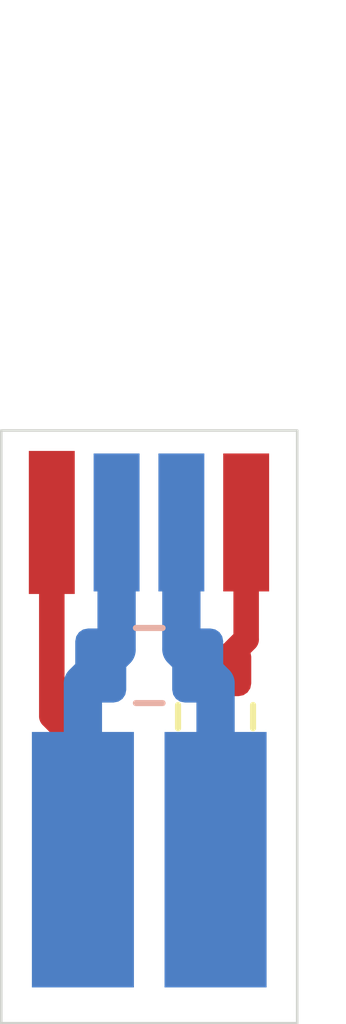
<source format=kicad_pcb>
(kicad_pcb (version 20171130) (host pcbnew "(5.1.8-0-10_14)")

  (general
    (thickness 1.6)
    (drawings 4)
    (tracks 12)
    (zones 0)
    (modules 7)
    (nets 6)
  )

  (page A4)
  (layers
    (0 F.Cu signal)
    (31 B.Cu signal)
    (32 B.Adhes user)
    (33 F.Adhes user)
    (34 B.Paste user)
    (35 F.Paste user)
    (36 B.SilkS user)
    (37 F.SilkS user)
    (38 B.Mask user)
    (39 F.Mask user)
    (40 Dwgs.User user)
    (41 Cmts.User user)
    (42 Eco1.User user)
    (43 Eco2.User user)
    (44 Edge.Cuts user)
    (45 Margin user)
    (46 B.CrtYd user)
    (47 F.CrtYd user)
    (48 B.Fab user)
    (49 F.Fab user)
  )

  (setup
    (last_trace_width 0.25)
    (user_trace_width 0.5)
    (user_trace_width 0.75)
    (trace_clearance 0.2)
    (zone_clearance 0.508)
    (zone_45_only no)
    (trace_min 0.2)
    (via_size 0.8)
    (via_drill 0.4)
    (via_min_size 0.4)
    (via_min_drill 0.3)
    (uvia_size 0.3)
    (uvia_drill 0.1)
    (uvias_allowed no)
    (uvia_min_size 0.2)
    (uvia_min_drill 0.1)
    (edge_width 0.05)
    (segment_width 0.2)
    (pcb_text_width 0.3)
    (pcb_text_size 1.5 1.5)
    (mod_edge_width 0.12)
    (mod_text_size 1 1)
    (mod_text_width 0.15)
    (pad_size 1.524 1.524)
    (pad_drill 0.762)
    (pad_to_mask_clearance 0)
    (aux_axis_origin 0 0)
    (visible_elements FFFFFF7F)
    (pcbplotparams
      (layerselection 0x010f0_ffffffff)
      (usegerberextensions false)
      (usegerberattributes false)
      (usegerberadvancedattributes false)
      (creategerberjobfile false)
      (excludeedgelayer true)
      (linewidth 0.100000)
      (plotframeref false)
      (viasonmask false)
      (mode 1)
      (useauxorigin false)
      (hpglpennumber 1)
      (hpglpenspeed 20)
      (hpglpendiameter 15.000000)
      (psnegative false)
      (psa4output false)
      (plotreference true)
      (plotvalue false)
      (plotinvisibletext false)
      (padsonsilk true)
      (subtractmaskfromsilk false)
      (outputformat 1)
      (mirror false)
      (drillshape 0)
      (scaleselection 1)
      (outputdirectory "gerber/"))
  )

  (net 0 "")
  (net 1 +5V)
  (net 2 GND)
  (net 3 "Net-(D1-Pad4)")
  (net 4 "Net-(D1-Pad1)")
  (net 5 "Net-(J1-Pad1)")

  (net_class Default "This is the default net class."
    (clearance 0.2)
    (trace_width 0.25)
    (via_dia 0.8)
    (via_drill 0.4)
    (uvia_dia 0.3)
    (uvia_drill 0.1)
    (add_net +5V)
    (add_net GND)
    (add_net "Net-(D1-Pad1)")
    (add_net "Net-(D1-Pad4)")
    (add_net "Net-(J1-Pad1)")
  )

  (module led_holder_footprints:LED_D5.0mm_Edge-4_RGB (layer F.Cu) (tedit 5FDA3C80) (tstamp 5FDA847E)
    (at 124.8 103.6 180)
    (descr "LED, diameter 5.0mm")
    (tags "LED diameter 5.0mm")
    (path /5FDA2EA7)
    (attr virtual)
    (fp_text reference D1 (at -3 -2.6 180) (layer F.SilkS) hide
      (effects (font (size 1 1) (thickness 0.15)))
    )
    (fp_text value WS2812D (at 1.27 10.93 180) (layer F.Fab) hide
      (effects (font (size 1 1) (thickness 0.15)))
    )
    (fp_arc (start 1.27 7.37) (end -1.23 7.37) (angle -180) (layer F.Fab) (width 0.1))
    (fp_line (start 4.5 -1.25) (end -1.95 -1.25) (layer F.CrtYd) (width 0.05))
    (fp_line (start 4.5 10.2) (end 4.5 -1.25) (layer F.CrtYd) (width 0.05))
    (fp_line (start -1.95 10.2) (end 4.5 10.2) (layer F.CrtYd) (width 0.05))
    (fp_line (start -1.95 -1.25) (end -1.95 10.2) (layer F.CrtYd) (width 0.05))
    (fp_line (start 2.54 1.27) (end 2.54 1.27) (layer F.Fab) (width 0.1))
    (fp_line (start 0 1.27) (end 0 1.27) (layer F.Fab) (width 0.1))
    (fp_line (start 3.77 1.27) (end 4.17 1.27) (layer F.Fab) (width 0.1))
    (fp_line (start 3.77 2.27) (end 3.77 1.27) (layer F.Fab) (width 0.1))
    (fp_line (start 4.17 2.27) (end 3.77 2.27) (layer F.Fab) (width 0.1))
    (fp_line (start 4.17 1.27) (end 4.17 2.27) (layer F.Fab) (width 0.1))
    (fp_line (start -1.23 1.27) (end 3.77 1.27) (layer F.Fab) (width 0.1))
    (fp_line (start 3.77 1.27) (end 3.77 7.37) (layer F.Fab) (width 0.1))
    (fp_line (start -1.23 1.27) (end -1.23 7.37) (layer F.Fab) (width 0.1))
    (pad 1 smd rect (at 0 0 180) (size 0.9 2.7) (layers F.Cu F.Paste F.Mask)
      (net 4 "Net-(D1-Pad1)"))
    (pad 2 smd rect (at 1.27 0 180) (size 0.9 2.7) (layers B.Cu B.Paste B.Mask)
      (net 1 +5V))
    (pad 3 smd rect (at 2.54 0 180) (size 0.9 2.7) (layers B.Cu B.Paste B.Mask)
      (net 2 GND))
    (pad 4 smd rect (at 3.81 0 180) (size 0.9 2.8) (layers F.Cu F.Paste F.Mask)
      (net 3 "Net-(D1-Pad4)"))
    (model ${KISYS3DMOD}/LED_THT.3dshapes/LED_D5.0mm_Horizontal_O1.27mm_Z3.0mm.wrl
      (at (xyz 0 0 0))
      (scale (xyz 1 1 1))
      (rotate (xyz 0 0 0))
    )
  )

  (module Resistor_SMD:R_0805_2012Metric (layer F.Cu) (tedit 5F68FEEE) (tstamp 5FDABBCD)
    (at 124.2 107.4 90)
    (descr "Resistor SMD 0805 (2012 Metric), square (rectangular) end terminal, IPC_7351 nominal, (Body size source: IPC-SM-782 page 72, https://www.pcb-3d.com/wordpress/wp-content/uploads/ipc-sm-782a_amendment_1_and_2.pdf), generated with kicad-footprint-generator")
    (tags resistor)
    (path /5FDA4D2C)
    (attr smd)
    (fp_text reference R1 (at 0 -1.65 90) (layer F.SilkS) hide
      (effects (font (size 1 1) (thickness 0.15)))
    )
    (fp_text value 75R (at 0 1.65 90) (layer F.Fab) hide
      (effects (font (size 1 1) (thickness 0.15)))
    )
    (fp_line (start 1.68 0.95) (end -1.68 0.95) (layer F.CrtYd) (width 0.05))
    (fp_line (start 1.68 -0.95) (end 1.68 0.95) (layer F.CrtYd) (width 0.05))
    (fp_line (start -1.68 -0.95) (end 1.68 -0.95) (layer F.CrtYd) (width 0.05))
    (fp_line (start -1.68 0.95) (end -1.68 -0.95) (layer F.CrtYd) (width 0.05))
    (fp_line (start -0.227064 0.735) (end 0.227064 0.735) (layer F.SilkS) (width 0.12))
    (fp_line (start -0.227064 -0.735) (end 0.227064 -0.735) (layer F.SilkS) (width 0.12))
    (fp_line (start 1 0.625) (end -1 0.625) (layer F.Fab) (width 0.1))
    (fp_line (start 1 -0.625) (end 1 0.625) (layer F.Fab) (width 0.1))
    (fp_line (start -1 -0.625) (end 1 -0.625) (layer F.Fab) (width 0.1))
    (fp_line (start -1 0.625) (end -1 -0.625) (layer F.Fab) (width 0.1))
    (fp_text user %R (at 0 0 90) (layer F.Fab) hide
      (effects (font (size 0.5 0.5) (thickness 0.08)))
    )
    (pad 2 smd roundrect (at 0.9125 0 90) (size 1.025 1.4) (layers F.Cu F.Paste F.Mask) (roundrect_rratio 0.2439014634146341)
      (net 4 "Net-(D1-Pad1)"))
    (pad 1 smd roundrect (at -0.9125 0 90) (size 1.025 1.4) (layers F.Cu F.Paste F.Mask) (roundrect_rratio 0.2439014634146341)
      (net 5 "Net-(J1-Pad1)"))
    (model ${KISYS3DMOD}/Resistor_SMD.3dshapes/R_0805_2012Metric.wrl
      (at (xyz 0 0 0))
      (scale (xyz 1 1 1))
      (rotate (xyz 0 0 0))
    )
  )

  (module Capacitor_SMD:C_0805_2012Metric (layer B.Cu) (tedit 5FDA29D0) (tstamp 5FDA8468)
    (at 122.9 106.4 180)
    (descr "Capacitor SMD 0805 (2012 Metric), square (rectangular) end terminal, IPC_7351 nominal, (Body size source: IPC-SM-782 page 76, https://www.pcb-3d.com/wordpress/wp-content/uploads/ipc-sm-782a_amendment_1_and_2.pdf, https://docs.google.com/spreadsheets/d/1BsfQQcO9C6DZCsRaXUlFlo91Tg2WpOkGARC1WS5S8t0/edit?usp=sharing), generated with kicad-footprint-generator")
    (tags capacitor)
    (path /5FD9E014)
    (attr smd)
    (fp_text reference C1 (at 0 1.68 180) (layer B.SilkS) hide
      (effects (font (size 1 1) (thickness 0.15)) (justify mirror))
    )
    (fp_text value 100n (at 0 -1.68 180) (layer B.Fab) hide
      (effects (font (size 1 1) (thickness 0.15)) (justify mirror))
    )
    (fp_line (start 1.7 -0.98) (end -1.7 -0.98) (layer B.CrtYd) (width 0.05))
    (fp_line (start 1.7 0.98) (end 1.7 -0.98) (layer B.CrtYd) (width 0.05))
    (fp_line (start -1.7 0.98) (end 1.7 0.98) (layer B.CrtYd) (width 0.05))
    (fp_line (start -1.7 -0.98) (end -1.7 0.98) (layer B.CrtYd) (width 0.05))
    (fp_line (start -0.261252 -0.735) (end 0.261252 -0.735) (layer B.SilkS) (width 0.12))
    (fp_line (start -0.261252 0.735) (end 0.261252 0.735) (layer B.SilkS) (width 0.12))
    (fp_line (start 1 -0.625) (end -1 -0.625) (layer B.Fab) (width 0.1))
    (fp_line (start 1 0.625) (end 1 -0.625) (layer B.Fab) (width 0.1))
    (fp_line (start -1 0.625) (end 1 0.625) (layer B.Fab) (width 0.1))
    (fp_line (start -1 -0.625) (end -1 0.625) (layer B.Fab) (width 0.1))
    (pad 2 smd roundrect (at 0.95 0 180) (size 1 1.45) (layers B.Cu B.Paste B.Mask) (roundrect_rratio 0.25)
      (net 2 GND))
    (pad 1 smd roundrect (at -0.95 0 180) (size 1 1.45) (layers B.Cu B.Paste B.Mask) (roundrect_rratio 0.25)
      (net 1 +5V))
    (model ${KISYS3DMOD}/Capacitor_SMD.3dshapes/C_0805_2012Metric.wrl
      (at (xyz 0 0 0))
      (scale (xyz 1 1 1))
      (rotate (xyz 0 0 0))
    )
  )

  (module led_holder_footprints:solder_pad_small (layer F.Cu) (tedit 5FDA31D7) (tstamp 5FDAF21A)
    (at 124.2 111.4)
    (path /5FDB106B)
    (fp_text reference J1 (at 0 0.5) (layer F.SilkS) hide
      (effects (font (size 1 1) (thickness 0.15)))
    )
    (fp_text value Conn_01x01 (at -8.6 2.2) (layer F.Fab) hide
      (effects (font (size 1 1) (thickness 0.15)))
    )
    (pad 1 smd rect (at 0 0) (size 1.2 2.5) (layers F.Cu F.Paste F.Mask)
      (net 5 "Net-(J1-Pad1)"))
  )

  (module led_holder_footprints:solder_pad_small (layer F.Cu) (tedit 5FDA2F08) (tstamp 5FDAF226)
    (at 121.6 111.4)
    (path /5FDB2775)
    (fp_text reference J4 (at 0 0.5) (layer F.SilkS) hide
      (effects (font (size 1 1) (thickness 0.15)))
    )
    (fp_text value Conn_01x01 (at 0 -0.5) (layer F.Fab) hide
      (effects (font (size 1 1) (thickness 0.15)))
    )
    (pad 1 smd rect (at 0 0) (size 1.2 2.5) (layers F.Cu F.Paste F.Mask)
      (net 3 "Net-(D1-Pad4)"))
  )

  (module led_holder_footprints:solder_pad_big (layer B.Cu) (tedit 5FDA34B7) (tstamp 5FDB120C)
    (at 124.2 110.2)
    (path /5FDB1AD3)
    (attr virtual)
    (fp_text reference J2 (at 0 -0.5) (layer B.SilkS) hide
      (effects (font (size 1 1) (thickness 0.15)) (justify mirror))
    )
    (fp_text value Conn_01x01 (at 0 0.5) (layer B.Fab) hide
      (effects (font (size 1 1) (thickness 0.15)) (justify mirror))
    )
    (pad 1 smd rect (at 0 0) (size 2 5) (layers B.Cu B.Paste B.Mask)
      (net 1 +5V))
  )

  (module led_holder_footprints:solder_pad_big (layer B.Cu) (tedit 5FDA34B7) (tstamp 5FDB1211)
    (at 121.6 110.2)
    (path /5FDB209E)
    (attr virtual)
    (fp_text reference J3 (at 0 -0.5) (layer B.SilkS) hide
      (effects (font (size 1 1) (thickness 0.15)) (justify mirror))
    )
    (fp_text value Conn_01x01 (at 0 0.5) (layer B.Fab) hide
      (effects (font (size 1 1) (thickness 0.15)) (justify mirror))
    )
    (pad 1 smd rect (at 0 0) (size 2 5) (layers B.Cu B.Paste B.Mask)
      (net 2 GND))
  )

  (gr_line (start 120 113.4) (end 120 101.8) (angle 90) (layer Edge.Cuts) (width 0.05))
  (gr_line (start 125.8 113.4) (end 120 113.4) (angle 90) (layer Edge.Cuts) (width 0.05))
  (gr_line (start 125.8 101.8) (end 125.8 113.4) (angle 90) (layer Edge.Cuts) (width 0.05))
  (gr_line (start 120 101.8) (end 125.8 101.8) (angle 90) (layer Edge.Cuts) (width 0.05))

  (segment (start 123.53 103.6) (end 123.53 106.08) (width 0.75) (layer B.Cu) (net 1) (status C00000))
  (segment (start 123.53 106.08) (end 124.2 106.75) (width 0.75) (layer B.Cu) (net 1) (tstamp 5FDB198B) (status C00000))
  (segment (start 124.2 106.75) (end 124.2 110.2) (width 0.75) (layer B.Cu) (net 1) (tstamp 5FDB198C) (status C00000))
  (segment (start 122.26 103.6) (end 122.26 106.09) (width 0.75) (layer B.Cu) (net 2) (status C00000))
  (segment (start 122.26 106.09) (end 121.6 106.75) (width 0.75) (layer B.Cu) (net 2) (tstamp 5FDB198F) (status C00000))
  (segment (start 121.6 106.75) (end 121.6 110.2) (width 0.75) (layer B.Cu) (net 2) (tstamp 5FDB1990) (status C00000))
  (segment (start 120.99 103.6) (end 120.99 107.39) (width 0.5) (layer F.Cu) (net 3) (status 400000))
  (segment (start 121.6 108) (end 121.6 111.4) (width 0.5) (layer F.Cu) (net 3) (tstamp 5FDB185F) (status 800000))
  (segment (start 120.99 107.39) (end 121.6 108) (width 0.5) (layer F.Cu) (net 3) (tstamp 5FDB185E))
  (segment (start 124.8 103.6) (end 124.8 105.8875) (width 0.5) (layer F.Cu) (net 4) (status 400000))
  (segment (start 124.8 105.8875) (end 124.2 106.4875) (width 0.5) (layer F.Cu) (net 4) (tstamp 5FDB1856) (status 800000))
  (segment (start 124.2 108.3125) (end 124.2 111.4) (width 0.5) (layer F.Cu) (net 5) (status C00000))

)

</source>
